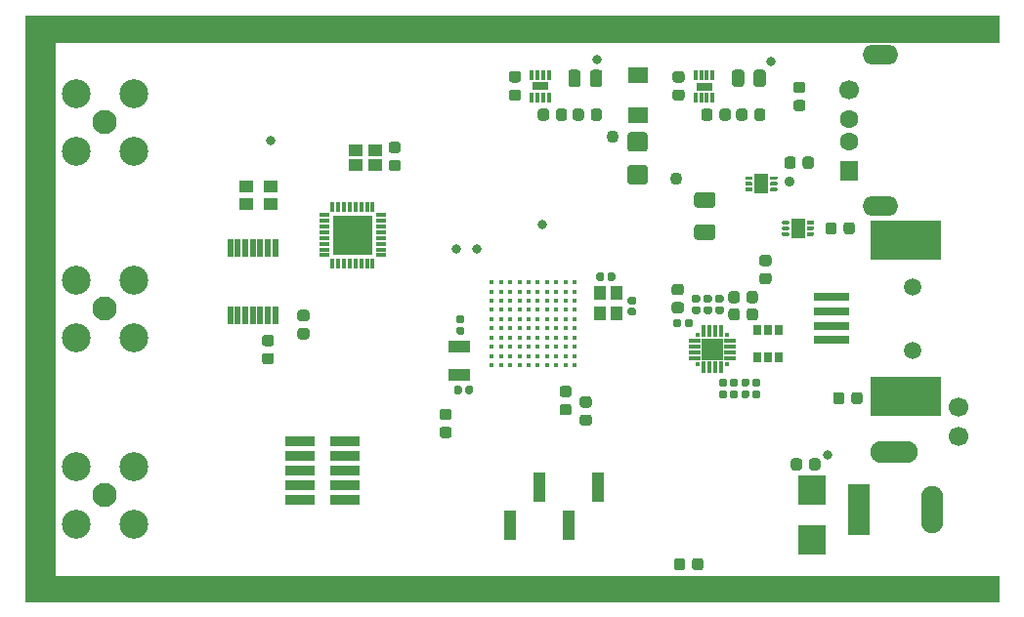
<source format=gbr>
G04 #@! TF.GenerationSoftware,KiCad,Pcbnew,(5.1.6)-1*
G04 #@! TF.CreationDate,2020-09-15T21:19:37+02:00*
G04 #@! TF.ProjectId,PrecisionTimer_RevG,50726563-6973-4696-9f6e-54696d65725f,rev?*
G04 #@! TF.SameCoordinates,Original*
G04 #@! TF.FileFunction,Soldermask,Top*
G04 #@! TF.FilePolarity,Negative*
%FSLAX46Y46*%
G04 Gerber Fmt 4.6, Leading zero omitted, Abs format (unit mm)*
G04 Created by KiCad (PCBNEW (5.1.6)-1) date 2020-09-15 21:19:37*
%MOMM*%
%LPD*%
G01*
G04 APERTURE LIST*
%ADD10C,0.100000*%
%ADD11R,0.650000X0.900000*%
%ADD12C,1.700000*%
%ADD13C,1.600000*%
%ADD14R,1.600000X1.700000*%
%ADD15O,3.100000X1.700000*%
%ADD16R,6.140000X3.500000*%
%ADD17C,1.500000*%
%ADD18R,3.100000X0.800000*%
%ADD19R,1.900000X4.500000*%
%ADD20O,1.900000X4.100000*%
%ADD21O,4.100000X1.900000*%
%ADD22C,0.800000*%
%ADD23R,1.900000X1.100000*%
%ADD24R,0.400000X0.400000*%
%ADD25R,1.000000X0.400000*%
%ADD26R,0.400000X1.000000*%
%ADD27R,1.900000X1.900000*%
%ADD28R,1.100000X1.250000*%
%ADD29C,2.500000*%
%ADD30C,2.100000*%
%ADD31C,0.450000*%
%ADD32C,0.900000*%
%ADD33C,1.100000*%
%ADD34R,1.300000X1.700000*%
%ADD35R,2.500000X0.840000*%
%ADD36R,2.400000X2.600000*%
%ADD37R,1.800000X1.400000*%
%ADD38R,1.400000X0.800000*%
%ADD39R,0.400000X0.900000*%
%ADD40R,1.300000X1.100000*%
%ADD41R,1.200000X1.000000*%
%ADD42R,1.100000X2.610000*%
%ADD43R,0.400000X0.950000*%
%ADD44R,0.950000X0.400000*%
%ADD45R,3.400000X3.400000*%
%ADD46R,0.550000X1.575000*%
G04 APERTURE END LIST*
D10*
G36*
X173304200Y-54254400D02*
G01*
X91440000Y-54254400D01*
X91440000Y-102819200D01*
X88900000Y-102819200D01*
X88900000Y-52019200D01*
X173304200Y-51968400D01*
X173304200Y-54254400D01*
G37*
X173304200Y-54254400D02*
X91440000Y-54254400D01*
X91440000Y-102819200D01*
X88900000Y-102819200D01*
X88900000Y-52019200D01*
X173304200Y-51968400D01*
X173304200Y-54254400D01*
G36*
X173278800Y-102819200D02*
G01*
X91173300Y-102819200D01*
X91173300Y-100596700D01*
X171119800Y-100584000D01*
X173278800Y-100584000D01*
X173278800Y-102819200D01*
G37*
X173278800Y-102819200D02*
X91173300Y-102819200D01*
X91173300Y-100596700D01*
X171119800Y-100584000D01*
X173278800Y-100584000D01*
X173278800Y-102819200D01*
D11*
X154223800Y-79235600D03*
X154223800Y-81635600D03*
X153273800Y-79235600D03*
X153273800Y-81635600D03*
X152323800Y-79235600D03*
X152323800Y-81635600D03*
D12*
X160324800Y-58430400D03*
D13*
X160324800Y-60930400D03*
X160324800Y-62930400D03*
D14*
X160324800Y-65430400D03*
D15*
X163034800Y-55360400D03*
X163034800Y-68500400D03*
D16*
X165189800Y-85047400D03*
X165189800Y-71447400D03*
D17*
X165789800Y-80997400D03*
X165789800Y-75497400D03*
D18*
X158789800Y-77622400D03*
X158789800Y-80122400D03*
X158789800Y-78872400D03*
X158789800Y-76372400D03*
D19*
X161188400Y-94818200D03*
D20*
X167488400Y-94818200D03*
D21*
X164185600Y-89814400D03*
D22*
X158445200Y-90068400D03*
D23*
X126542800Y-83165000D03*
X126542800Y-80665000D03*
G36*
G01*
X150000000Y-84017500D02*
X150000000Y-83622500D01*
G75*
G02*
X150172500Y-83450000I172500J0D01*
G01*
X150517500Y-83450000D01*
G75*
G02*
X150690000Y-83622500I0J-172500D01*
G01*
X150690000Y-84017500D01*
G75*
G02*
X150517500Y-84190000I-172500J0D01*
G01*
X150172500Y-84190000D01*
G75*
G02*
X150000000Y-84017500I0J172500D01*
G01*
G37*
G36*
G01*
X149030000Y-84017500D02*
X149030000Y-83622500D01*
G75*
G02*
X149202500Y-83450000I172500J0D01*
G01*
X149547500Y-83450000D01*
G75*
G02*
X149720000Y-83622500I0J-172500D01*
G01*
X149720000Y-84017500D01*
G75*
G02*
X149547500Y-84190000I-172500J0D01*
G01*
X149202500Y-84190000D01*
G75*
G02*
X149030000Y-84017500I0J172500D01*
G01*
G37*
G36*
G01*
X149997600Y-85033500D02*
X149997600Y-84638500D01*
G75*
G02*
X150170100Y-84466000I172500J0D01*
G01*
X150515100Y-84466000D01*
G75*
G02*
X150687600Y-84638500I0J-172500D01*
G01*
X150687600Y-85033500D01*
G75*
G02*
X150515100Y-85206000I-172500J0D01*
G01*
X150170100Y-85206000D01*
G75*
G02*
X149997600Y-85033500I0J172500D01*
G01*
G37*
G36*
G01*
X149027600Y-85033500D02*
X149027600Y-84638500D01*
G75*
G02*
X149200100Y-84466000I172500J0D01*
G01*
X149545100Y-84466000D01*
G75*
G02*
X149717600Y-84638500I0J-172500D01*
G01*
X149717600Y-85033500D01*
G75*
G02*
X149545100Y-85206000I-172500J0D01*
G01*
X149200100Y-85206000D01*
G75*
G02*
X149027600Y-85033500I0J172500D01*
G01*
G37*
G36*
G01*
X146063000Y-78861300D02*
X146063000Y-78466300D01*
G75*
G02*
X146235500Y-78293800I172500J0D01*
G01*
X146580500Y-78293800D01*
G75*
G02*
X146753000Y-78466300I0J-172500D01*
G01*
X146753000Y-78861300D01*
G75*
G02*
X146580500Y-79033800I-172500J0D01*
G01*
X146235500Y-79033800D01*
G75*
G02*
X146063000Y-78861300I0J172500D01*
G01*
G37*
G36*
G01*
X145093000Y-78861300D02*
X145093000Y-78466300D01*
G75*
G02*
X145265500Y-78293800I172500J0D01*
G01*
X145610500Y-78293800D01*
G75*
G02*
X145783000Y-78466300I0J-172500D01*
G01*
X145783000Y-78861300D01*
G75*
G02*
X145610500Y-79033800I-172500J0D01*
G01*
X145265500Y-79033800D01*
G75*
G02*
X145093000Y-78861300I0J172500D01*
G01*
G37*
G36*
G01*
X151650400Y-83622500D02*
X151650400Y-84017500D01*
G75*
G02*
X151477900Y-84190000I-172500J0D01*
G01*
X151132900Y-84190000D01*
G75*
G02*
X150960400Y-84017500I0J172500D01*
G01*
X150960400Y-83622500D01*
G75*
G02*
X151132900Y-83450000I172500J0D01*
G01*
X151477900Y-83450000D01*
G75*
G02*
X151650400Y-83622500I0J-172500D01*
G01*
G37*
G36*
G01*
X152620400Y-83622500D02*
X152620400Y-84017500D01*
G75*
G02*
X152447900Y-84190000I-172500J0D01*
G01*
X152102900Y-84190000D01*
G75*
G02*
X151930400Y-84017500I0J172500D01*
G01*
X151930400Y-83622500D01*
G75*
G02*
X152102900Y-83450000I172500J0D01*
G01*
X152447900Y-83450000D01*
G75*
G02*
X152620400Y-83622500I0J-172500D01*
G01*
G37*
G36*
G01*
X151650400Y-84638500D02*
X151650400Y-85033500D01*
G75*
G02*
X151477900Y-85206000I-172500J0D01*
G01*
X151132900Y-85206000D01*
G75*
G02*
X150960400Y-85033500I0J172500D01*
G01*
X150960400Y-84638500D01*
G75*
G02*
X151132900Y-84466000I172500J0D01*
G01*
X151477900Y-84466000D01*
G75*
G02*
X151650400Y-84638500I0J-172500D01*
G01*
G37*
G36*
G01*
X152620400Y-84638500D02*
X152620400Y-85033500D01*
G75*
G02*
X152447900Y-85206000I-172500J0D01*
G01*
X152102900Y-85206000D01*
G75*
G02*
X151930400Y-85033500I0J172500D01*
G01*
X151930400Y-84638500D01*
G75*
G02*
X152102900Y-84466000I172500J0D01*
G01*
X152447900Y-84466000D01*
G75*
G02*
X152620400Y-84638500I0J-172500D01*
G01*
G37*
D24*
X149713000Y-82174400D03*
D25*
X150013000Y-81674400D03*
X150013000Y-81174400D03*
X150013000Y-80674400D03*
X150013000Y-80174400D03*
D24*
X149713000Y-79674400D03*
D26*
X149213000Y-79374400D03*
X148713000Y-79374400D03*
X148213000Y-79374400D03*
X147713000Y-79374400D03*
D24*
X147213000Y-79674400D03*
D25*
X146913000Y-80174400D03*
X146913000Y-80674400D03*
X146913000Y-81174400D03*
X146913000Y-81674400D03*
D24*
X147213000Y-82174400D03*
D26*
X147713000Y-82474400D03*
X148213000Y-82474400D03*
X148713000Y-82474400D03*
X149213000Y-82474400D03*
D27*
X148463000Y-80924400D03*
G36*
G01*
X145184550Y-76830200D02*
X145747050Y-76830200D01*
G75*
G02*
X145990800Y-77073950I0J-243750D01*
G01*
X145990800Y-77561450D01*
G75*
G02*
X145747050Y-77805200I-243750J0D01*
G01*
X145184550Y-77805200D01*
G75*
G02*
X144940800Y-77561450I0J243750D01*
G01*
X144940800Y-77073950D01*
G75*
G02*
X145184550Y-76830200I243750J0D01*
G01*
G37*
G36*
G01*
X145184550Y-75255200D02*
X145747050Y-75255200D01*
G75*
G02*
X145990800Y-75498950I0J-243750D01*
G01*
X145990800Y-75986450D01*
G75*
G02*
X145747050Y-76230200I-243750J0D01*
G01*
X145184550Y-76230200D01*
G75*
G02*
X144940800Y-75986450I0J243750D01*
G01*
X144940800Y-75498950D01*
G75*
G02*
X145184550Y-75255200I243750J0D01*
G01*
G37*
G36*
G01*
X137208950Y-86583700D02*
X137771450Y-86583700D01*
G75*
G02*
X138015200Y-86827450I0J-243750D01*
G01*
X138015200Y-87314950D01*
G75*
G02*
X137771450Y-87558700I-243750J0D01*
G01*
X137208950Y-87558700D01*
G75*
G02*
X136965200Y-87314950I0J243750D01*
G01*
X136965200Y-86827450D01*
G75*
G02*
X137208950Y-86583700I243750J0D01*
G01*
G37*
G36*
G01*
X137208950Y-85008700D02*
X137771450Y-85008700D01*
G75*
G02*
X138015200Y-85252450I0J-243750D01*
G01*
X138015200Y-85739950D01*
G75*
G02*
X137771450Y-85983700I-243750J0D01*
G01*
X137208950Y-85983700D01*
G75*
G02*
X136965200Y-85739950I0J243750D01*
G01*
X136965200Y-85252450D01*
G75*
G02*
X137208950Y-85008700I243750J0D01*
G01*
G37*
G36*
G01*
X150830000Y-77620550D02*
X150830000Y-78183050D01*
G75*
G02*
X150586250Y-78426800I-243750J0D01*
G01*
X150098750Y-78426800D01*
G75*
G02*
X149855000Y-78183050I0J243750D01*
G01*
X149855000Y-77620550D01*
G75*
G02*
X150098750Y-77376800I243750J0D01*
G01*
X150586250Y-77376800D01*
G75*
G02*
X150830000Y-77620550I0J-243750D01*
G01*
G37*
G36*
G01*
X152405000Y-77620550D02*
X152405000Y-78183050D01*
G75*
G02*
X152161250Y-78426800I-243750J0D01*
G01*
X151673750Y-78426800D01*
G75*
G02*
X151430000Y-78183050I0J243750D01*
G01*
X151430000Y-77620550D01*
G75*
G02*
X151673750Y-77376800I243750J0D01*
G01*
X152161250Y-77376800D01*
G75*
G02*
X152405000Y-77620550I0J-243750D01*
G01*
G37*
G36*
G01*
X125630250Y-87050600D02*
X125067750Y-87050600D01*
G75*
G02*
X124824000Y-86806850I0J243750D01*
G01*
X124824000Y-86319350D01*
G75*
G02*
X125067750Y-86075600I243750J0D01*
G01*
X125630250Y-86075600D01*
G75*
G02*
X125874000Y-86319350I0J-243750D01*
G01*
X125874000Y-86806850D01*
G75*
G02*
X125630250Y-87050600I-243750J0D01*
G01*
G37*
G36*
G01*
X125630250Y-88625600D02*
X125067750Y-88625600D01*
G75*
G02*
X124824000Y-88381850I0J243750D01*
G01*
X124824000Y-87894350D01*
G75*
G02*
X125067750Y-87650600I243750J0D01*
G01*
X125630250Y-87650600D01*
G75*
G02*
X125874000Y-87894350I0J-243750D01*
G01*
X125874000Y-88381850D01*
G75*
G02*
X125630250Y-88625600I-243750J0D01*
G01*
G37*
D28*
X138720600Y-77811600D03*
X138720600Y-76061600D03*
X140120600Y-76061600D03*
X140120600Y-77811600D03*
D12*
X169799000Y-85928200D03*
X169799000Y-88468200D03*
D29*
X98298000Y-63728600D03*
X93319600Y-63728600D03*
X93319600Y-58750200D03*
X98298000Y-58750200D03*
D30*
X95808800Y-61239400D03*
D29*
X98298000Y-79908400D03*
X93319600Y-79908400D03*
X93319600Y-74930000D03*
X98298000Y-74930000D03*
D30*
X95808800Y-77419200D03*
D29*
X98298000Y-96088200D03*
X93319600Y-96088200D03*
X93319600Y-91109800D03*
X98298000Y-91109800D03*
D30*
X95808800Y-93599000D03*
G36*
G01*
X146105600Y-99286750D02*
X146105600Y-99849250D01*
G75*
G02*
X145861850Y-100093000I-243750J0D01*
G01*
X145374350Y-100093000D01*
G75*
G02*
X145130600Y-99849250I0J243750D01*
G01*
X145130600Y-99286750D01*
G75*
G02*
X145374350Y-99043000I243750J0D01*
G01*
X145861850Y-99043000D01*
G75*
G02*
X146105600Y-99286750I0J-243750D01*
G01*
G37*
G36*
G01*
X147680600Y-99286750D02*
X147680600Y-99849250D01*
G75*
G02*
X147436850Y-100093000I-243750J0D01*
G01*
X146949350Y-100093000D01*
G75*
G02*
X146705600Y-99849250I0J243750D01*
G01*
X146705600Y-99286750D01*
G75*
G02*
X146949350Y-99043000I243750J0D01*
G01*
X147436850Y-99043000D01*
G75*
G02*
X147680600Y-99286750I0J-243750D01*
G01*
G37*
D31*
X136543600Y-75114600D03*
X135743600Y-75114600D03*
X134943600Y-75114600D03*
X134143600Y-75114600D03*
X133343600Y-75114600D03*
X132543600Y-75114600D03*
X131743600Y-75114600D03*
X130943600Y-75114600D03*
X130143600Y-75114600D03*
X129343600Y-75114600D03*
X136543600Y-75914600D03*
X135743600Y-75914600D03*
X134943600Y-75914600D03*
X134143600Y-75914600D03*
X133343600Y-75914600D03*
X132543600Y-75914600D03*
X131743600Y-75914600D03*
X130943600Y-75914600D03*
X130143600Y-75914600D03*
X129343600Y-75914600D03*
X136543600Y-76714600D03*
X135743600Y-76714600D03*
X134943600Y-76714600D03*
X134143600Y-76714600D03*
X133343600Y-76714600D03*
X132543600Y-76714600D03*
X131743600Y-76714600D03*
X130943600Y-76714600D03*
X130143600Y-76714600D03*
X129343600Y-76714600D03*
X136543600Y-77514600D03*
X135743600Y-77514600D03*
X134943600Y-77514600D03*
X134143600Y-77514600D03*
X133343600Y-77514600D03*
X132543600Y-77514600D03*
X131743600Y-77514600D03*
X130943600Y-77514600D03*
X130143600Y-77514600D03*
X129343600Y-77514600D03*
X136543600Y-78314600D03*
X135743600Y-78314600D03*
X134943600Y-78314600D03*
X134143600Y-78314600D03*
X133343600Y-78314600D03*
X132543600Y-78314600D03*
X131743600Y-78314600D03*
X130943600Y-78314600D03*
X130143600Y-78314600D03*
X129343600Y-78314600D03*
X136543600Y-79114600D03*
X135743600Y-79114600D03*
X134943600Y-79114600D03*
X134143600Y-79114600D03*
X133343600Y-79114600D03*
X132543600Y-79114600D03*
X131743600Y-79114600D03*
X130943600Y-79114600D03*
X130143600Y-79114600D03*
X129343600Y-79114600D03*
X136543600Y-79914600D03*
X135743600Y-79914600D03*
X134943600Y-79914600D03*
X134143600Y-79914600D03*
X133343600Y-79914600D03*
X132543600Y-79914600D03*
X131743600Y-79914600D03*
X130943600Y-79914600D03*
X130143600Y-79914600D03*
X129343600Y-79914600D03*
X136543600Y-80714600D03*
X135743600Y-80714600D03*
X134943600Y-80714600D03*
X134143600Y-80714600D03*
X133343600Y-80714600D03*
X132543600Y-80714600D03*
X131743600Y-80714600D03*
X130943600Y-80714600D03*
X130143600Y-80714600D03*
X129343600Y-80714600D03*
X136543600Y-81514600D03*
X135743600Y-81514600D03*
X134943600Y-81514600D03*
X134143600Y-81514600D03*
X133343600Y-81514600D03*
X132543600Y-81514600D03*
X131743600Y-81514600D03*
X130943600Y-81514600D03*
X130143600Y-81514600D03*
X129343600Y-81514600D03*
X136543600Y-82314600D03*
X135743600Y-82314600D03*
X134943600Y-82314600D03*
X134143600Y-82314600D03*
X133343600Y-82314600D03*
X132543600Y-82314600D03*
X131743600Y-82314600D03*
X130943600Y-82314600D03*
X130143600Y-82314600D03*
X129343600Y-82314600D03*
D32*
X155117800Y-66344800D03*
D33*
X145364200Y-66090800D03*
X139801600Y-62509400D03*
D22*
X133731000Y-70104000D03*
X110223300Y-62839600D03*
X128041400Y-72237600D03*
X126238000Y-72237600D03*
X153568400Y-55930800D03*
X138430000Y-55778400D03*
G36*
G01*
X147147600Y-70095400D02*
X148457600Y-70095400D01*
G75*
G02*
X148727600Y-70365400I0J-270000D01*
G01*
X148727600Y-71175400D01*
G75*
G02*
X148457600Y-71445400I-270000J0D01*
G01*
X147147600Y-71445400D01*
G75*
G02*
X146877600Y-71175400I0J270000D01*
G01*
X146877600Y-70365400D01*
G75*
G02*
X147147600Y-70095400I270000J0D01*
G01*
G37*
G36*
G01*
X147147600Y-67295400D02*
X148457600Y-67295400D01*
G75*
G02*
X148727600Y-67565400I0J-270000D01*
G01*
X148727600Y-68375400D01*
G75*
G02*
X148457600Y-68645400I-270000J0D01*
G01*
X147147600Y-68645400D01*
G75*
G02*
X146877600Y-68375400I0J270000D01*
G01*
X146877600Y-67565400D01*
G75*
G02*
X147147600Y-67295400I270000J0D01*
G01*
G37*
D34*
X155879800Y-70434200D03*
G36*
G01*
X155129800Y-70859200D02*
X155129800Y-71009200D01*
G75*
G02*
X155054800Y-71084200I-75000J0D01*
G01*
X154554800Y-71084200D01*
G75*
G02*
X154479800Y-71009200I0J75000D01*
G01*
X154479800Y-70859200D01*
G75*
G02*
X154554800Y-70784200I75000J0D01*
G01*
X155054800Y-70784200D01*
G75*
G02*
X155129800Y-70859200I0J-75000D01*
G01*
G37*
G36*
G01*
X155129800Y-70359200D02*
X155129800Y-70509200D01*
G75*
G02*
X155054800Y-70584200I-75000J0D01*
G01*
X154554800Y-70584200D01*
G75*
G02*
X154479800Y-70509200I0J75000D01*
G01*
X154479800Y-70359200D01*
G75*
G02*
X154554800Y-70284200I75000J0D01*
G01*
X155054800Y-70284200D01*
G75*
G02*
X155129800Y-70359200I0J-75000D01*
G01*
G37*
G36*
G01*
X155129800Y-69859200D02*
X155129800Y-70009200D01*
G75*
G02*
X155054800Y-70084200I-75000J0D01*
G01*
X154554800Y-70084200D01*
G75*
G02*
X154479800Y-70009200I0J75000D01*
G01*
X154479800Y-69859200D01*
G75*
G02*
X154554800Y-69784200I75000J0D01*
G01*
X155054800Y-69784200D01*
G75*
G02*
X155129800Y-69859200I0J-75000D01*
G01*
G37*
G36*
G01*
X157279800Y-69859200D02*
X157279800Y-70009200D01*
G75*
G02*
X157204800Y-70084200I-75000J0D01*
G01*
X156704800Y-70084200D01*
G75*
G02*
X156629800Y-70009200I0J75000D01*
G01*
X156629800Y-69859200D01*
G75*
G02*
X156704800Y-69784200I75000J0D01*
G01*
X157204800Y-69784200D01*
G75*
G02*
X157279800Y-69859200I0J-75000D01*
G01*
G37*
G36*
G01*
X157279800Y-70359200D02*
X157279800Y-70509200D01*
G75*
G02*
X157204800Y-70584200I-75000J0D01*
G01*
X156704800Y-70584200D01*
G75*
G02*
X156629800Y-70509200I0J75000D01*
G01*
X156629800Y-70359200D01*
G75*
G02*
X156704800Y-70284200I75000J0D01*
G01*
X157204800Y-70284200D01*
G75*
G02*
X157279800Y-70359200I0J-75000D01*
G01*
G37*
G36*
G01*
X157279800Y-70859200D02*
X157279800Y-71009200D01*
G75*
G02*
X157204800Y-71084200I-75000J0D01*
G01*
X156704800Y-71084200D01*
G75*
G02*
X156629800Y-71009200I0J75000D01*
G01*
X156629800Y-70859200D01*
G75*
G02*
X156704800Y-70784200I75000J0D01*
G01*
X157204800Y-70784200D01*
G75*
G02*
X157279800Y-70859200I0J-75000D01*
G01*
G37*
G36*
G01*
X136018850Y-85069400D02*
X135456350Y-85069400D01*
G75*
G02*
X135212600Y-84825650I0J243750D01*
G01*
X135212600Y-84338150D01*
G75*
G02*
X135456350Y-84094400I243750J0D01*
G01*
X136018850Y-84094400D01*
G75*
G02*
X136262600Y-84338150I0J-243750D01*
G01*
X136262600Y-84825650D01*
G75*
G02*
X136018850Y-85069400I-243750J0D01*
G01*
G37*
G36*
G01*
X136018850Y-86644400D02*
X135456350Y-86644400D01*
G75*
G02*
X135212600Y-86400650I0J243750D01*
G01*
X135212600Y-85913150D01*
G75*
G02*
X135456350Y-85669400I243750J0D01*
G01*
X136018850Y-85669400D01*
G75*
G02*
X136262600Y-85913150I0J-243750D01*
G01*
X136262600Y-86400650D01*
G75*
G02*
X136018850Y-86644400I-243750J0D01*
G01*
G37*
D35*
X116643700Y-93980000D03*
X112743700Y-93980000D03*
X116643700Y-92710000D03*
X112743700Y-92710000D03*
X116643700Y-91440000D03*
X112743700Y-91440000D03*
X116643700Y-90170000D03*
X112743700Y-90170000D03*
X116643700Y-88900000D03*
X112743700Y-88900000D03*
D36*
X157111700Y-97476200D03*
X157111700Y-93176200D03*
G36*
G01*
X156840100Y-91187850D02*
X156840100Y-90625350D01*
G75*
G02*
X157083850Y-90381600I243750J0D01*
G01*
X157571350Y-90381600D01*
G75*
G02*
X157815100Y-90625350I0J-243750D01*
G01*
X157815100Y-91187850D01*
G75*
G02*
X157571350Y-91431600I-243750J0D01*
G01*
X157083850Y-91431600D01*
G75*
G02*
X156840100Y-91187850I0J243750D01*
G01*
G37*
G36*
G01*
X155265100Y-91187850D02*
X155265100Y-90625350D01*
G75*
G02*
X155508850Y-90381600I243750J0D01*
G01*
X155996350Y-90381600D01*
G75*
G02*
X156240100Y-90625350I0J-243750D01*
G01*
X156240100Y-91187850D01*
G75*
G02*
X155996350Y-91431600I-243750J0D01*
G01*
X155508850Y-91431600D01*
G75*
G02*
X155265100Y-91187850I0J243750D01*
G01*
G37*
G36*
G01*
X109675350Y-81249800D02*
X110237850Y-81249800D01*
G75*
G02*
X110481600Y-81493550I0J-243750D01*
G01*
X110481600Y-81981050D01*
G75*
G02*
X110237850Y-82224800I-243750J0D01*
G01*
X109675350Y-82224800D01*
G75*
G02*
X109431600Y-81981050I0J243750D01*
G01*
X109431600Y-81493550D01*
G75*
G02*
X109675350Y-81249800I243750J0D01*
G01*
G37*
G36*
G01*
X109675350Y-79674800D02*
X110237850Y-79674800D01*
G75*
G02*
X110481600Y-79918550I0J-243750D01*
G01*
X110481600Y-80406050D01*
G75*
G02*
X110237850Y-80649800I-243750J0D01*
G01*
X109675350Y-80649800D01*
G75*
G02*
X109431600Y-80406050I0J243750D01*
G01*
X109431600Y-79918550D01*
G75*
G02*
X109675350Y-79674800I243750J0D01*
G01*
G37*
D37*
X141986000Y-57142500D03*
X141986000Y-60642500D03*
D38*
X147739100Y-58140600D03*
D39*
X148489100Y-59140600D03*
X147989100Y-59140600D03*
X147489100Y-59140600D03*
X146989100Y-59140600D03*
X146989100Y-57140600D03*
X147489100Y-57140600D03*
X147989100Y-57140600D03*
X148489100Y-57140600D03*
D34*
X152704800Y-66573400D03*
G36*
G01*
X153454800Y-66148400D02*
X153454800Y-65998400D01*
G75*
G02*
X153529800Y-65923400I75000J0D01*
G01*
X154029800Y-65923400D01*
G75*
G02*
X154104800Y-65998400I0J-75000D01*
G01*
X154104800Y-66148400D01*
G75*
G02*
X154029800Y-66223400I-75000J0D01*
G01*
X153529800Y-66223400D01*
G75*
G02*
X153454800Y-66148400I0J75000D01*
G01*
G37*
G36*
G01*
X153454800Y-66648400D02*
X153454800Y-66498400D01*
G75*
G02*
X153529800Y-66423400I75000J0D01*
G01*
X154029800Y-66423400D01*
G75*
G02*
X154104800Y-66498400I0J-75000D01*
G01*
X154104800Y-66648400D01*
G75*
G02*
X154029800Y-66723400I-75000J0D01*
G01*
X153529800Y-66723400D01*
G75*
G02*
X153454800Y-66648400I0J75000D01*
G01*
G37*
G36*
G01*
X153454800Y-67148400D02*
X153454800Y-66998400D01*
G75*
G02*
X153529800Y-66923400I75000J0D01*
G01*
X154029800Y-66923400D01*
G75*
G02*
X154104800Y-66998400I0J-75000D01*
G01*
X154104800Y-67148400D01*
G75*
G02*
X154029800Y-67223400I-75000J0D01*
G01*
X153529800Y-67223400D01*
G75*
G02*
X153454800Y-67148400I0J75000D01*
G01*
G37*
G36*
G01*
X151304800Y-67148400D02*
X151304800Y-66998400D01*
G75*
G02*
X151379800Y-66923400I75000J0D01*
G01*
X151879800Y-66923400D01*
G75*
G02*
X151954800Y-66998400I0J-75000D01*
G01*
X151954800Y-67148400D01*
G75*
G02*
X151879800Y-67223400I-75000J0D01*
G01*
X151379800Y-67223400D01*
G75*
G02*
X151304800Y-67148400I0J75000D01*
G01*
G37*
G36*
G01*
X151304800Y-66648400D02*
X151304800Y-66498400D01*
G75*
G02*
X151379800Y-66423400I75000J0D01*
G01*
X151879800Y-66423400D01*
G75*
G02*
X151954800Y-66498400I0J-75000D01*
G01*
X151954800Y-66648400D01*
G75*
G02*
X151879800Y-66723400I-75000J0D01*
G01*
X151379800Y-66723400D01*
G75*
G02*
X151304800Y-66648400I0J75000D01*
G01*
G37*
G36*
G01*
X151304800Y-66148400D02*
X151304800Y-65998400D01*
G75*
G02*
X151379800Y-65923400I75000J0D01*
G01*
X151879800Y-65923400D01*
G75*
G02*
X151954800Y-65998400I0J-75000D01*
G01*
X151954800Y-66148400D01*
G75*
G02*
X151879800Y-66223400I-75000J0D01*
G01*
X151379800Y-66223400D01*
G75*
G02*
X151304800Y-66148400I0J75000D01*
G01*
G37*
G36*
G01*
X151223000Y-56948150D02*
X151223000Y-57910650D01*
G75*
G02*
X150954250Y-58179400I-268750J0D01*
G01*
X150416750Y-58179400D01*
G75*
G02*
X150148000Y-57910650I0J268750D01*
G01*
X150148000Y-56948150D01*
G75*
G02*
X150416750Y-56679400I268750J0D01*
G01*
X150954250Y-56679400D01*
G75*
G02*
X151223000Y-56948150I0J-268750D01*
G01*
G37*
G36*
G01*
X153098000Y-56948150D02*
X153098000Y-57910650D01*
G75*
G02*
X152829250Y-58179400I-268750J0D01*
G01*
X152291750Y-58179400D01*
G75*
G02*
X152023000Y-57910650I0J268750D01*
G01*
X152023000Y-56948150D01*
G75*
G02*
X152291750Y-56679400I268750J0D01*
G01*
X152829250Y-56679400D01*
G75*
G02*
X153098000Y-56948150I0J-268750D01*
G01*
G37*
G36*
G01*
X149080600Y-60860250D02*
X149080600Y-60297750D01*
G75*
G02*
X149324350Y-60054000I243750J0D01*
G01*
X149811850Y-60054000D01*
G75*
G02*
X150055600Y-60297750I0J-243750D01*
G01*
X150055600Y-60860250D01*
G75*
G02*
X149811850Y-61104000I-243750J0D01*
G01*
X149324350Y-61104000D01*
G75*
G02*
X149080600Y-60860250I0J243750D01*
G01*
G37*
G36*
G01*
X147505600Y-60860250D02*
X147505600Y-60297750D01*
G75*
G02*
X147749350Y-60054000I243750J0D01*
G01*
X148236850Y-60054000D01*
G75*
G02*
X148480600Y-60297750I0J-243750D01*
G01*
X148480600Y-60860250D01*
G75*
G02*
X148236850Y-61104000I-243750J0D01*
G01*
X147749350Y-61104000D01*
G75*
G02*
X147505600Y-60860250I0J243750D01*
G01*
G37*
G36*
G01*
X150830000Y-76121950D02*
X150830000Y-76684450D01*
G75*
G02*
X150586250Y-76928200I-243750J0D01*
G01*
X150098750Y-76928200D01*
G75*
G02*
X149855000Y-76684450I0J243750D01*
G01*
X149855000Y-76121950D01*
G75*
G02*
X150098750Y-75878200I243750J0D01*
G01*
X150586250Y-75878200D01*
G75*
G02*
X150830000Y-76121950I0J-243750D01*
G01*
G37*
G36*
G01*
X152405000Y-76121950D02*
X152405000Y-76684450D01*
G75*
G02*
X152161250Y-76928200I-243750J0D01*
G01*
X151673750Y-76928200D01*
G75*
G02*
X151430000Y-76684450I0J243750D01*
G01*
X151430000Y-76121950D01*
G75*
G02*
X151673750Y-75878200I243750J0D01*
G01*
X152161250Y-75878200D01*
G75*
G02*
X152405000Y-76121950I0J-243750D01*
G01*
G37*
G36*
G01*
X142595375Y-63788600D02*
X141376625Y-63788600D01*
G75*
G02*
X141111000Y-63522975I0J265625D01*
G01*
X141111000Y-62354225D01*
G75*
G02*
X141376625Y-62088600I265625J0D01*
G01*
X142595375Y-62088600D01*
G75*
G02*
X142861000Y-62354225I0J-265625D01*
G01*
X142861000Y-63522975D01*
G75*
G02*
X142595375Y-63788600I-265625J0D01*
G01*
G37*
G36*
G01*
X142595375Y-66638600D02*
X141376625Y-66638600D01*
G75*
G02*
X141111000Y-66372975I0J265625D01*
G01*
X141111000Y-65204225D01*
G75*
G02*
X141376625Y-64938600I265625J0D01*
G01*
X142595375Y-64938600D01*
G75*
G02*
X142861000Y-65204225I0J-265625D01*
G01*
X142861000Y-66372975D01*
G75*
G02*
X142595375Y-66638600I-265625J0D01*
G01*
G37*
D40*
X110180700Y-68364400D03*
X108030700Y-68364400D03*
X108030700Y-66814400D03*
X110180700Y-66814400D03*
D41*
X119213100Y-63673200D03*
X117513100Y-63673200D03*
X117513100Y-64973200D03*
X119213100Y-64973200D03*
G36*
G01*
X146843100Y-77178200D02*
X147238100Y-77178200D01*
G75*
G02*
X147410600Y-77350700I0J-172500D01*
G01*
X147410600Y-77695700D01*
G75*
G02*
X147238100Y-77868200I-172500J0D01*
G01*
X146843100Y-77868200D01*
G75*
G02*
X146670600Y-77695700I0J172500D01*
G01*
X146670600Y-77350700D01*
G75*
G02*
X146843100Y-77178200I172500J0D01*
G01*
G37*
G36*
G01*
X146843100Y-76208200D02*
X147238100Y-76208200D01*
G75*
G02*
X147410600Y-76380700I0J-172500D01*
G01*
X147410600Y-76725700D01*
G75*
G02*
X147238100Y-76898200I-172500J0D01*
G01*
X146843100Y-76898200D01*
G75*
G02*
X146670600Y-76725700I0J172500D01*
G01*
X146670600Y-76380700D01*
G75*
G02*
X146843100Y-76208200I172500J0D01*
G01*
G37*
G36*
G01*
X148254100Y-76898200D02*
X147859100Y-76898200D01*
G75*
G02*
X147686600Y-76725700I0J172500D01*
G01*
X147686600Y-76380700D01*
G75*
G02*
X147859100Y-76208200I172500J0D01*
G01*
X148254100Y-76208200D01*
G75*
G02*
X148426600Y-76380700I0J-172500D01*
G01*
X148426600Y-76725700D01*
G75*
G02*
X148254100Y-76898200I-172500J0D01*
G01*
G37*
G36*
G01*
X148254100Y-77868200D02*
X147859100Y-77868200D01*
G75*
G02*
X147686600Y-77695700I0J172500D01*
G01*
X147686600Y-77350700D01*
G75*
G02*
X147859100Y-77178200I172500J0D01*
G01*
X148254100Y-77178200D01*
G75*
G02*
X148426600Y-77350700I0J-172500D01*
G01*
X148426600Y-77695700D01*
G75*
G02*
X148254100Y-77868200I-172500J0D01*
G01*
G37*
G36*
G01*
X148875100Y-77178200D02*
X149270100Y-77178200D01*
G75*
G02*
X149442600Y-77350700I0J-172500D01*
G01*
X149442600Y-77695700D01*
G75*
G02*
X149270100Y-77868200I-172500J0D01*
G01*
X148875100Y-77868200D01*
G75*
G02*
X148702600Y-77695700I0J172500D01*
G01*
X148702600Y-77350700D01*
G75*
G02*
X148875100Y-77178200I172500J0D01*
G01*
G37*
G36*
G01*
X148875100Y-76208200D02*
X149270100Y-76208200D01*
G75*
G02*
X149442600Y-76380700I0J-172500D01*
G01*
X149442600Y-76725700D01*
G75*
G02*
X149270100Y-76898200I-172500J0D01*
G01*
X148875100Y-76898200D01*
G75*
G02*
X148702600Y-76725700I0J172500D01*
G01*
X148702600Y-76380700D01*
G75*
G02*
X148875100Y-76208200I172500J0D01*
G01*
G37*
G36*
G01*
X126758400Y-84257500D02*
X126758400Y-84652500D01*
G75*
G02*
X126585900Y-84825000I-172500J0D01*
G01*
X126240900Y-84825000D01*
G75*
G02*
X126068400Y-84652500I0J172500D01*
G01*
X126068400Y-84257500D01*
G75*
G02*
X126240900Y-84085000I172500J0D01*
G01*
X126585900Y-84085000D01*
G75*
G02*
X126758400Y-84257500I0J-172500D01*
G01*
G37*
G36*
G01*
X127728400Y-84257500D02*
X127728400Y-84652500D01*
G75*
G02*
X127555900Y-84825000I-172500J0D01*
G01*
X127210900Y-84825000D01*
G75*
G02*
X127038400Y-84652500I0J172500D01*
G01*
X127038400Y-84257500D01*
G75*
G02*
X127210900Y-84085000I172500J0D01*
G01*
X127555900Y-84085000D01*
G75*
G02*
X127728400Y-84257500I0J-172500D01*
G01*
G37*
G36*
G01*
X126421500Y-78956200D02*
X126816500Y-78956200D01*
G75*
G02*
X126989000Y-79128700I0J-172500D01*
G01*
X126989000Y-79473700D01*
G75*
G02*
X126816500Y-79646200I-172500J0D01*
G01*
X126421500Y-79646200D01*
G75*
G02*
X126249000Y-79473700I0J172500D01*
G01*
X126249000Y-79128700D01*
G75*
G02*
X126421500Y-78956200I172500J0D01*
G01*
G37*
G36*
G01*
X126421500Y-77986200D02*
X126816500Y-77986200D01*
G75*
G02*
X126989000Y-78158700I0J-172500D01*
G01*
X126989000Y-78503700D01*
G75*
G02*
X126816500Y-78676200I-172500J0D01*
G01*
X126421500Y-78676200D01*
G75*
G02*
X126249000Y-78503700I0J172500D01*
G01*
X126249000Y-78158700D01*
G75*
G02*
X126421500Y-77986200I172500J0D01*
G01*
G37*
G36*
G01*
X145248050Y-58389800D02*
X145810550Y-58389800D01*
G75*
G02*
X146054300Y-58633550I0J-243750D01*
G01*
X146054300Y-59121050D01*
G75*
G02*
X145810550Y-59364800I-243750J0D01*
G01*
X145248050Y-59364800D01*
G75*
G02*
X145004300Y-59121050I0J243750D01*
G01*
X145004300Y-58633550D01*
G75*
G02*
X145248050Y-58389800I243750J0D01*
G01*
G37*
G36*
G01*
X145248050Y-56814800D02*
X145810550Y-56814800D01*
G75*
G02*
X146054300Y-57058550I0J-243750D01*
G01*
X146054300Y-57546050D01*
G75*
G02*
X145810550Y-57789800I-243750J0D01*
G01*
X145248050Y-57789800D01*
G75*
G02*
X145004300Y-57546050I0J243750D01*
G01*
X145004300Y-57058550D01*
G75*
G02*
X145248050Y-56814800I243750J0D01*
G01*
G37*
G36*
G01*
X139090100Y-74427700D02*
X139090100Y-74822700D01*
G75*
G02*
X138917600Y-74995200I-172500J0D01*
G01*
X138572600Y-74995200D01*
G75*
G02*
X138400100Y-74822700I0J172500D01*
G01*
X138400100Y-74427700D01*
G75*
G02*
X138572600Y-74255200I172500J0D01*
G01*
X138917600Y-74255200D01*
G75*
G02*
X139090100Y-74427700I0J-172500D01*
G01*
G37*
G36*
G01*
X140060100Y-74427700D02*
X140060100Y-74822700D01*
G75*
G02*
X139887600Y-74995200I-172500J0D01*
G01*
X139542600Y-74995200D01*
G75*
G02*
X139370100Y-74822700I0J172500D01*
G01*
X139370100Y-74427700D01*
G75*
G02*
X139542600Y-74255200I172500J0D01*
G01*
X139887600Y-74255200D01*
G75*
G02*
X140060100Y-74427700I0J-172500D01*
G01*
G37*
G36*
G01*
X141305900Y-77330600D02*
X141700900Y-77330600D01*
G75*
G02*
X141873400Y-77503100I0J-172500D01*
G01*
X141873400Y-77848100D01*
G75*
G02*
X141700900Y-78020600I-172500J0D01*
G01*
X141305900Y-78020600D01*
G75*
G02*
X141133400Y-77848100I0J172500D01*
G01*
X141133400Y-77503100D01*
G75*
G02*
X141305900Y-77330600I172500J0D01*
G01*
G37*
G36*
G01*
X141305900Y-76360600D02*
X141700900Y-76360600D01*
G75*
G02*
X141873400Y-76533100I0J-172500D01*
G01*
X141873400Y-76878100D01*
G75*
G02*
X141700900Y-77050600I-172500J0D01*
G01*
X141305900Y-77050600D01*
G75*
G02*
X141133400Y-76878100I0J172500D01*
G01*
X141133400Y-76533100D01*
G75*
G02*
X141305900Y-76360600I172500J0D01*
G01*
G37*
D42*
X138531600Y-92883800D03*
X133451600Y-92883800D03*
X135991600Y-96193800D03*
X130911600Y-96193800D03*
G36*
G01*
X155681400Y-64463350D02*
X155681400Y-65025850D01*
G75*
G02*
X155437650Y-65269600I-243750J0D01*
G01*
X154950150Y-65269600D01*
G75*
G02*
X154706400Y-65025850I0J243750D01*
G01*
X154706400Y-64463350D01*
G75*
G02*
X154950150Y-64219600I243750J0D01*
G01*
X155437650Y-64219600D01*
G75*
G02*
X155681400Y-64463350I0J-243750D01*
G01*
G37*
G36*
G01*
X157256400Y-64463350D02*
X157256400Y-65025850D01*
G75*
G02*
X157012650Y-65269600I-243750J0D01*
G01*
X156525150Y-65269600D01*
G75*
G02*
X156281400Y-65025850I0J243750D01*
G01*
X156281400Y-64463350D01*
G75*
G02*
X156525150Y-64219600I243750J0D01*
G01*
X157012650Y-64219600D01*
G75*
G02*
X157256400Y-64463350I0J-243750D01*
G01*
G37*
G36*
G01*
X155725550Y-59304200D02*
X156288050Y-59304200D01*
G75*
G02*
X156531800Y-59547950I0J-243750D01*
G01*
X156531800Y-60035450D01*
G75*
G02*
X156288050Y-60279200I-243750J0D01*
G01*
X155725550Y-60279200D01*
G75*
G02*
X155481800Y-60035450I0J243750D01*
G01*
X155481800Y-59547950D01*
G75*
G02*
X155725550Y-59304200I243750J0D01*
G01*
G37*
G36*
G01*
X155725550Y-57729200D02*
X156288050Y-57729200D01*
G75*
G02*
X156531800Y-57972950I0J-243750D01*
G01*
X156531800Y-58460450D01*
G75*
G02*
X156288050Y-58704200I-243750J0D01*
G01*
X155725550Y-58704200D01*
G75*
G02*
X155481800Y-58460450I0J243750D01*
G01*
X155481800Y-57972950D01*
G75*
G02*
X155725550Y-57729200I243750J0D01*
G01*
G37*
G36*
G01*
X159237300Y-70152950D02*
X159237300Y-70715450D01*
G75*
G02*
X158993550Y-70959200I-243750J0D01*
G01*
X158506050Y-70959200D01*
G75*
G02*
X158262300Y-70715450I0J243750D01*
G01*
X158262300Y-70152950D01*
G75*
G02*
X158506050Y-69909200I243750J0D01*
G01*
X158993550Y-69909200D01*
G75*
G02*
X159237300Y-70152950I0J-243750D01*
G01*
G37*
G36*
G01*
X160812300Y-70152950D02*
X160812300Y-70715450D01*
G75*
G02*
X160568550Y-70959200I-243750J0D01*
G01*
X160081050Y-70959200D01*
G75*
G02*
X159837300Y-70715450I0J243750D01*
G01*
X159837300Y-70152950D01*
G75*
G02*
X160081050Y-69909200I243750J0D01*
G01*
X160568550Y-69909200D01*
G75*
G02*
X160812300Y-70152950I0J-243750D01*
G01*
G37*
G36*
G01*
X159897700Y-84884950D02*
X159897700Y-85447450D01*
G75*
G02*
X159653950Y-85691200I-243750J0D01*
G01*
X159166450Y-85691200D01*
G75*
G02*
X158922700Y-85447450I0J243750D01*
G01*
X158922700Y-84884950D01*
G75*
G02*
X159166450Y-84641200I243750J0D01*
G01*
X159653950Y-84641200D01*
G75*
G02*
X159897700Y-84884950I0J-243750D01*
G01*
G37*
G36*
G01*
X161472700Y-84884950D02*
X161472700Y-85447450D01*
G75*
G02*
X161228950Y-85691200I-243750J0D01*
G01*
X160741450Y-85691200D01*
G75*
G02*
X160497700Y-85447450I0J243750D01*
G01*
X160497700Y-84884950D01*
G75*
G02*
X160741450Y-84641200I243750J0D01*
G01*
X161228950Y-84641200D01*
G75*
G02*
X161472700Y-84884950I0J-243750D01*
G01*
G37*
D43*
X119034500Y-68568400D03*
X118534500Y-68568400D03*
X118034500Y-68568400D03*
X117534500Y-68568400D03*
X117034500Y-68568400D03*
X116534500Y-68568400D03*
X116034500Y-68568400D03*
X115534500Y-68568400D03*
D44*
X114834500Y-69268400D03*
X114834500Y-69768400D03*
X114834500Y-70268400D03*
X114834500Y-70768400D03*
X114834500Y-71268400D03*
X114834500Y-71768400D03*
X114834500Y-72268400D03*
X114834500Y-72768400D03*
D43*
X115534500Y-73468400D03*
X116034500Y-73468400D03*
X116534500Y-73468400D03*
X117034500Y-73468400D03*
X117534500Y-73468400D03*
X118034500Y-73468400D03*
X118534500Y-73468400D03*
X119034500Y-73468400D03*
D44*
X119734500Y-72768400D03*
X119734500Y-72268400D03*
X119734500Y-71768400D03*
X119734500Y-71268400D03*
X119734500Y-70768400D03*
X119734500Y-70268400D03*
X119734500Y-69768400D03*
X119734500Y-69268400D03*
D45*
X117284500Y-71018400D03*
D46*
X110598500Y-72144400D03*
X109948500Y-72144400D03*
X109298500Y-72144400D03*
X108648500Y-72144400D03*
X107998500Y-72144400D03*
X107348500Y-72144400D03*
X106698500Y-72144400D03*
X106698500Y-78020400D03*
X107348500Y-78020400D03*
X107998500Y-78020400D03*
X108648500Y-78020400D03*
X109298500Y-78020400D03*
X109948500Y-78020400D03*
X110598500Y-78020400D03*
G36*
G01*
X137049800Y-56948150D02*
X137049800Y-57910650D01*
G75*
G02*
X136781050Y-58179400I-268750J0D01*
G01*
X136243550Y-58179400D01*
G75*
G02*
X135974800Y-57910650I0J268750D01*
G01*
X135974800Y-56948150D01*
G75*
G02*
X136243550Y-56679400I268750J0D01*
G01*
X136781050Y-56679400D01*
G75*
G02*
X137049800Y-56948150I0J-268750D01*
G01*
G37*
G36*
G01*
X138924800Y-56948150D02*
X138924800Y-57910650D01*
G75*
G02*
X138656050Y-58179400I-268750J0D01*
G01*
X138118550Y-58179400D01*
G75*
G02*
X137849800Y-57910650I0J268750D01*
G01*
X137849800Y-56948150D01*
G75*
G02*
X138118550Y-56679400I268750J0D01*
G01*
X138656050Y-56679400D01*
G75*
G02*
X138924800Y-56948150I0J-268750D01*
G01*
G37*
D38*
X133565900Y-58115200D03*
D39*
X134315900Y-59115200D03*
X133815900Y-59115200D03*
X133315900Y-59115200D03*
X132815900Y-59115200D03*
X132815900Y-57115200D03*
X133315900Y-57115200D03*
X133815900Y-57115200D03*
X134315900Y-57115200D03*
G36*
G01*
X134907400Y-60860250D02*
X134907400Y-60297750D01*
G75*
G02*
X135151150Y-60054000I243750J0D01*
G01*
X135638650Y-60054000D01*
G75*
G02*
X135882400Y-60297750I0J-243750D01*
G01*
X135882400Y-60860250D01*
G75*
G02*
X135638650Y-61104000I-243750J0D01*
G01*
X135151150Y-61104000D01*
G75*
G02*
X134907400Y-60860250I0J243750D01*
G01*
G37*
G36*
G01*
X133332400Y-60860250D02*
X133332400Y-60297750D01*
G75*
G02*
X133576150Y-60054000I243750J0D01*
G01*
X134063650Y-60054000D01*
G75*
G02*
X134307400Y-60297750I0J-243750D01*
G01*
X134307400Y-60860250D01*
G75*
G02*
X134063650Y-61104000I-243750J0D01*
G01*
X133576150Y-61104000D01*
G75*
G02*
X133332400Y-60860250I0J243750D01*
G01*
G37*
G36*
G01*
X153341650Y-73715700D02*
X152779150Y-73715700D01*
G75*
G02*
X152535400Y-73471950I0J243750D01*
G01*
X152535400Y-72984450D01*
G75*
G02*
X152779150Y-72740700I243750J0D01*
G01*
X153341650Y-72740700D01*
G75*
G02*
X153585400Y-72984450I0J-243750D01*
G01*
X153585400Y-73471950D01*
G75*
G02*
X153341650Y-73715700I-243750J0D01*
G01*
G37*
G36*
G01*
X153341650Y-75290700D02*
X152779150Y-75290700D01*
G75*
G02*
X152535400Y-75046950I0J243750D01*
G01*
X152535400Y-74559450D01*
G75*
G02*
X152779150Y-74315700I243750J0D01*
G01*
X153341650Y-74315700D01*
G75*
G02*
X153585400Y-74559450I0J-243750D01*
G01*
X153585400Y-75046950D01*
G75*
G02*
X153341650Y-75290700I-243750J0D01*
G01*
G37*
G36*
G01*
X131074850Y-58389800D02*
X131637350Y-58389800D01*
G75*
G02*
X131881100Y-58633550I0J-243750D01*
G01*
X131881100Y-59121050D01*
G75*
G02*
X131637350Y-59364800I-243750J0D01*
G01*
X131074850Y-59364800D01*
G75*
G02*
X130831100Y-59121050I0J243750D01*
G01*
X130831100Y-58633550D01*
G75*
G02*
X131074850Y-58389800I243750J0D01*
G01*
G37*
G36*
G01*
X131074850Y-56814800D02*
X131637350Y-56814800D01*
G75*
G02*
X131881100Y-57058550I0J-243750D01*
G01*
X131881100Y-57546050D01*
G75*
G02*
X131637350Y-57789800I-243750J0D01*
G01*
X131074850Y-57789800D01*
G75*
G02*
X130831100Y-57546050I0J243750D01*
G01*
X130831100Y-57058550D01*
G75*
G02*
X131074850Y-56814800I243750J0D01*
G01*
G37*
G36*
G01*
X113311250Y-78490800D02*
X112748750Y-78490800D01*
G75*
G02*
X112505000Y-78247050I0J243750D01*
G01*
X112505000Y-77759550D01*
G75*
G02*
X112748750Y-77515800I243750J0D01*
G01*
X113311250Y-77515800D01*
G75*
G02*
X113555000Y-77759550I0J-243750D01*
G01*
X113555000Y-78247050D01*
G75*
G02*
X113311250Y-78490800I-243750J0D01*
G01*
G37*
G36*
G01*
X113311250Y-80065800D02*
X112748750Y-80065800D01*
G75*
G02*
X112505000Y-79822050I0J243750D01*
G01*
X112505000Y-79334550D01*
G75*
G02*
X112748750Y-79090800I243750J0D01*
G01*
X113311250Y-79090800D01*
G75*
G02*
X113555000Y-79334550I0J-243750D01*
G01*
X113555000Y-79822050D01*
G75*
G02*
X113311250Y-80065800I-243750J0D01*
G01*
G37*
G36*
G01*
X120648150Y-64498400D02*
X121210650Y-64498400D01*
G75*
G02*
X121454400Y-64742150I0J-243750D01*
G01*
X121454400Y-65229650D01*
G75*
G02*
X121210650Y-65473400I-243750J0D01*
G01*
X120648150Y-65473400D01*
G75*
G02*
X120404400Y-65229650I0J243750D01*
G01*
X120404400Y-64742150D01*
G75*
G02*
X120648150Y-64498400I243750J0D01*
G01*
G37*
G36*
G01*
X120648150Y-62923400D02*
X121210650Y-62923400D01*
G75*
G02*
X121454400Y-63167150I0J-243750D01*
G01*
X121454400Y-63654650D01*
G75*
G02*
X121210650Y-63898400I-243750J0D01*
G01*
X120648150Y-63898400D01*
G75*
G02*
X120404400Y-63654650I0J243750D01*
G01*
X120404400Y-63167150D01*
G75*
G02*
X120648150Y-62923400I243750J0D01*
G01*
G37*
G36*
G01*
X151490400Y-60297750D02*
X151490400Y-60860250D01*
G75*
G02*
X151246650Y-61104000I-243750J0D01*
G01*
X150759150Y-61104000D01*
G75*
G02*
X150515400Y-60860250I0J243750D01*
G01*
X150515400Y-60297750D01*
G75*
G02*
X150759150Y-60054000I243750J0D01*
G01*
X151246650Y-60054000D01*
G75*
G02*
X151490400Y-60297750I0J-243750D01*
G01*
G37*
G36*
G01*
X153065400Y-60297750D02*
X153065400Y-60860250D01*
G75*
G02*
X152821650Y-61104000I-243750J0D01*
G01*
X152334150Y-61104000D01*
G75*
G02*
X152090400Y-60860250I0J243750D01*
G01*
X152090400Y-60297750D01*
G75*
G02*
X152334150Y-60054000I243750J0D01*
G01*
X152821650Y-60054000D01*
G75*
G02*
X153065400Y-60297750I0J-243750D01*
G01*
G37*
G36*
G01*
X137329800Y-60297750D02*
X137329800Y-60860250D01*
G75*
G02*
X137086050Y-61104000I-243750J0D01*
G01*
X136598550Y-61104000D01*
G75*
G02*
X136354800Y-60860250I0J243750D01*
G01*
X136354800Y-60297750D01*
G75*
G02*
X136598550Y-60054000I243750J0D01*
G01*
X137086050Y-60054000D01*
G75*
G02*
X137329800Y-60297750I0J-243750D01*
G01*
G37*
G36*
G01*
X138904800Y-60297750D02*
X138904800Y-60860250D01*
G75*
G02*
X138661050Y-61104000I-243750J0D01*
G01*
X138173550Y-61104000D01*
G75*
G02*
X137929800Y-60860250I0J243750D01*
G01*
X137929800Y-60297750D01*
G75*
G02*
X138173550Y-60054000I243750J0D01*
G01*
X138661050Y-60054000D01*
G75*
G02*
X138904800Y-60297750I0J-243750D01*
G01*
G37*
M02*

</source>
